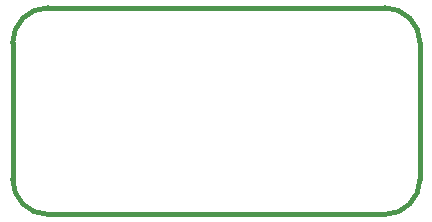
<source format=gbr>
%FSLAX34Y34*%
G04 Gerber Fmt 3.4, Leading zero omitted, Abs format*
G04 (created by PCBNEW (2014-03-19 BZR 4756)-product) date Tue 03 Jun 2014 23:20:07 BST*
%MOIN*%
G01*
G70*
G90*
G04 APERTURE LIST*
%ADD10C,0.005906*%
%ADD11C,0.015000*%
G04 APERTURE END LIST*
G54D10*
G54D11*
X56535Y-39566D02*
X67756Y-39566D01*
X55354Y-45275D02*
X55354Y-40747D01*
X56535Y-46456D02*
X67756Y-46456D01*
X68937Y-45275D02*
X68937Y-40747D01*
X55354Y-45275D02*
G75*
G03X56535Y-46456I1181J0D01*
G74*
G01*
X56535Y-39566D02*
G75*
G03X55354Y-40747I0J-1181D01*
G74*
G01*
X67756Y-46456D02*
G75*
G03X68937Y-45275I0J1181D01*
G74*
G01*
X68937Y-40747D02*
G75*
G03X67756Y-39566I-1181J0D01*
G74*
G01*
M02*

</source>
